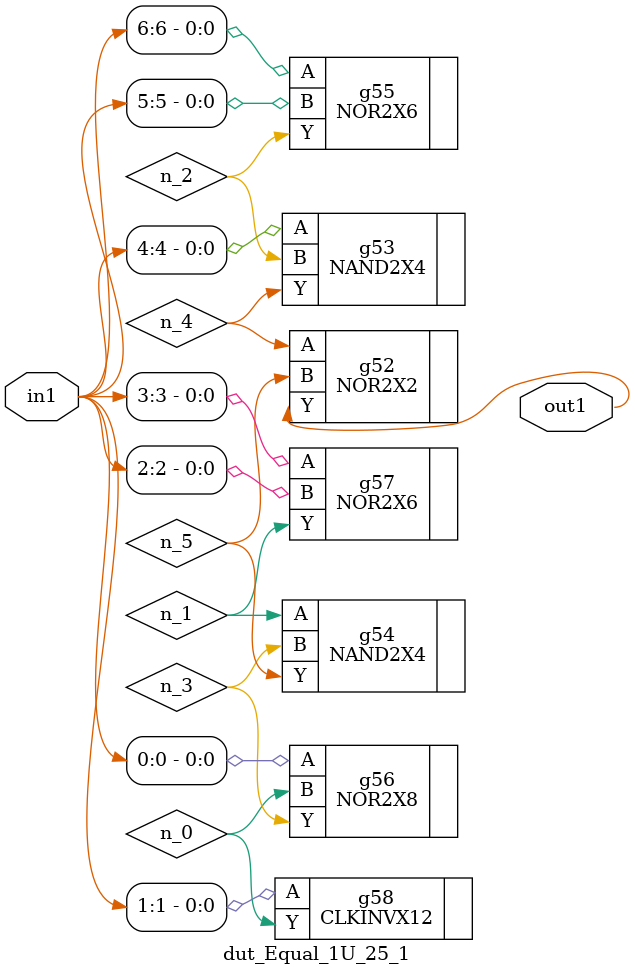
<source format=v>
`timescale 1ps / 1ps


module dut_Equal_1U_25_1(in1, out1);
  input [6:0] in1;
  output out1;
  wire [6:0] in1;
  wire out1;
  wire n_0, n_1, n_2, n_3, n_4, n_5;
  NOR2X2 g52(.A (n_4), .B (n_5), .Y (out1));
  NAND2X4 g54(.A (n_1), .B (n_3), .Y (n_5));
  NAND2X4 g53(.A (in1[4]), .B (n_2), .Y (n_4));
  NOR2X8 g56(.A (in1[0]), .B (n_0), .Y (n_3));
  NOR2X6 g55(.A (in1[6]), .B (in1[5]), .Y (n_2));
  NOR2X6 g57(.A (in1[3]), .B (in1[2]), .Y (n_1));
  CLKINVX12 g58(.A (in1[1]), .Y (n_0));
endmodule



</source>
